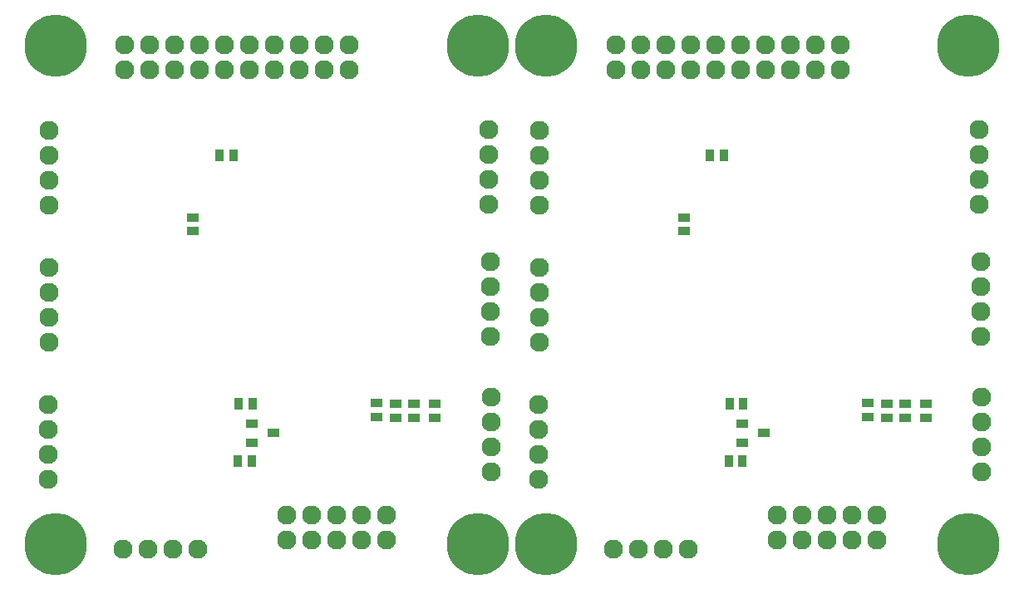
<source format=gbs>
G04 EasyPC Gerber Version 21.0.3 Build 4286 *
G04 #@! TF.Part,Single*
G04 #@! TF.FileFunction,Soldermask,Bot *
G04 #@! TF.FilePolarity,Negative *
%FSLAX45Y45*%
%MOIN*%
G04 #@! TA.AperFunction,SMDPad*
%ADD11R,0.03559X0.04937*%
G04 #@! TA.AperFunction,ComponentPad*
%ADD12C,0.07693*%
G04 #@! TA.AperFunction,WasherPad*
%ADD10C,0.25016*%
G04 #@! TA.AperFunction,SMDPad*
%ADD16R,0.04937X0.03559*%
%ADD128R,0.05134X0.03559*%
X0Y0D02*
D02*
D10*
X51839Y40218D03*
Y240218D03*
X221130Y40218D03*
Y240218D03*
X248689Y40218D03*
Y240218D03*
X417981Y40218D03*
Y240218D03*
D02*
D11*
X117503Y195921D03*
X123054D03*
X124919Y73489D03*
X125293Y96453D03*
X130470Y73489D03*
X130844Y96453D03*
X314354Y195921D03*
X319905D03*
X321769Y73489D03*
X322143Y96453D03*
X327320Y73489D03*
X327694Y96453D03*
D02*
D12*
X48793Y66045D03*
Y76045D03*
Y86045D03*
Y96045D03*
X49167Y121045D03*
Y131045D03*
Y141045D03*
Y151045D03*
Y176045D03*
Y186045D03*
Y196045D03*
Y206045D03*
X78846Y38045D03*
X79548Y230359D03*
Y240359D03*
X88846Y38045D03*
X89548Y230359D03*
Y240359D03*
X98846Y38045D03*
X99548Y230359D03*
Y240359D03*
X108846Y38045D03*
X109548Y230359D03*
Y240359D03*
X119548Y230359D03*
Y240359D03*
X129548Y230359D03*
Y240359D03*
X139548Y230359D03*
Y240359D03*
X144429Y41861D03*
Y51861D03*
X149548Y230359D03*
Y240359D03*
X154429Y41861D03*
Y51861D03*
X159548Y230359D03*
Y240359D03*
X164429Y41861D03*
Y51861D03*
X169548Y230359D03*
Y240359D03*
X174429Y41861D03*
Y51861D03*
X184429Y41861D03*
Y51861D03*
X225514Y176304D03*
Y186304D03*
Y196304D03*
Y206304D03*
X226138Y123387D03*
Y133387D03*
Y143387D03*
Y153387D03*
X226387Y69098D03*
Y79098D03*
Y89098D03*
Y99098D03*
X245643Y66045D03*
Y76045D03*
Y86045D03*
Y96045D03*
X246017Y121045D03*
Y131045D03*
Y141045D03*
Y151045D03*
Y176045D03*
Y186045D03*
Y196045D03*
Y206045D03*
X275697Y38045D03*
X276398Y230359D03*
Y240359D03*
X285697Y38045D03*
X286398Y230359D03*
Y240359D03*
X295697Y38045D03*
X296398Y230359D03*
Y240359D03*
X305697Y38045D03*
X306398Y230359D03*
Y240359D03*
X316398Y230359D03*
Y240359D03*
X326398Y230359D03*
Y240359D03*
X336398Y230359D03*
Y240359D03*
X341279Y41861D03*
Y51861D03*
X346398Y230359D03*
Y240359D03*
X351279Y41861D03*
Y51861D03*
X356398Y230359D03*
Y240359D03*
X361279Y41861D03*
Y51861D03*
X366398Y230359D03*
Y240359D03*
X371279Y41861D03*
Y51861D03*
X381279Y41861D03*
Y51861D03*
X422364Y176304D03*
Y186304D03*
Y196304D03*
Y206304D03*
X422988Y123387D03*
Y133387D03*
Y143387D03*
Y153387D03*
X423238Y69098D03*
Y79098D03*
Y89098D03*
Y99098D03*
D02*
D16*
X106947Y165663D03*
Y171214D03*
X180709Y91083D03*
Y96634D03*
X188322Y90833D03*
Y96384D03*
X195561Y90708D03*
Y96259D03*
X204048Y90708D03*
Y96259D03*
X303798Y165663D03*
Y171214D03*
X377560Y91083D03*
Y96634D03*
X385173Y90833D03*
Y96384D03*
X392411Y90708D03*
Y96259D03*
X400898Y90708D03*
Y96259D03*
D02*
D128*
X130451Y80817D03*
Y88376D03*
X139113Y84597D03*
X327302Y80817D03*
Y88376D03*
X335963Y84597D03*
X0Y0D02*
M02*

</source>
